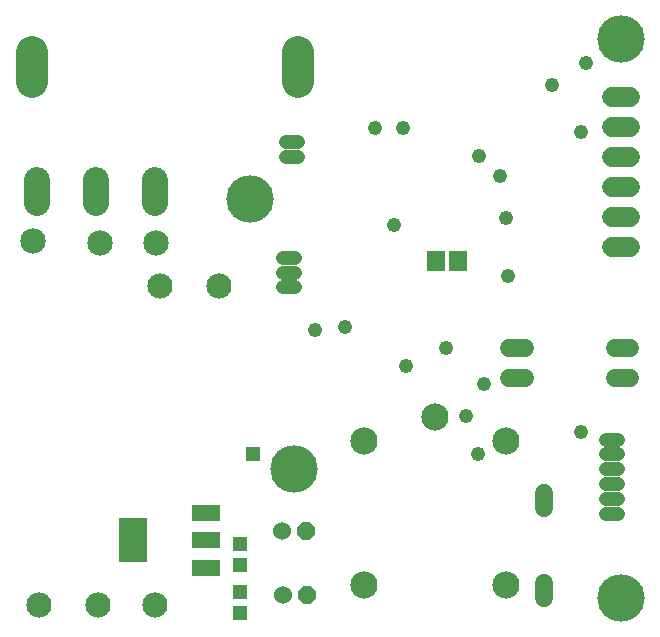
<source format=gbs>
G75*
%MOIN*%
%OFA0B0*%
%FSLAX25Y25*%
%IPPOS*%
%LPD*%
%AMOC8*
5,1,8,0,0,1.08239X$1,22.5*
%
%ADD10C,0.06000*%
%ADD11C,0.09068*%
%ADD12R,0.05918X0.06706*%
%ADD13C,0.04769*%
%ADD14C,0.08600*%
%ADD15R,0.05052X0.04934*%
%ADD16R,0.09599X0.05599*%
%ADD17R,0.09461X0.14973*%
%ADD18C,0.10800*%
%ADD19C,0.06800*%
%ADD20C,0.08400*%
%ADD21OC8,0.06000*%
%ADD22C,0.06000*%
%ADD23C,0.04762*%
%ADD24C,0.04800*%
%ADD25R,0.04762X0.04762*%
%ADD26C,0.08477*%
%ADD27C,0.15800*%
D10*
X0170933Y0084500D02*
X0176133Y0084500D01*
X0176133Y0094500D02*
X0170933Y0094500D01*
X0206133Y0094500D02*
X0211333Y0094500D01*
X0211333Y0084500D02*
X0206133Y0084500D01*
X0182633Y0046100D02*
X0182633Y0040900D01*
X0182633Y0016100D02*
X0182633Y0010900D01*
D11*
X0169755Y0015484D03*
X0122511Y0015484D03*
X0122511Y0063516D03*
X0146133Y0071390D03*
X0169755Y0063516D03*
D12*
X0153873Y0123500D03*
X0146393Y0123500D03*
D13*
X0099539Y0124421D02*
X0095570Y0124421D01*
X0095570Y0119500D02*
X0099539Y0119500D01*
X0099539Y0114579D02*
X0095570Y0114579D01*
X0096570Y0158039D02*
X0100539Y0158039D01*
X0100539Y0162961D02*
X0096570Y0162961D01*
X0203228Y0063803D02*
X0207196Y0063803D01*
X0207196Y0058882D02*
X0203228Y0058882D01*
X0203228Y0053961D02*
X0207196Y0053961D01*
X0207196Y0049039D02*
X0203228Y0049039D01*
X0203228Y0044118D02*
X0207196Y0044118D01*
X0207196Y0039197D02*
X0203228Y0039197D01*
D14*
X0052833Y0142600D02*
X0052833Y0150400D01*
X0033133Y0150400D02*
X0033133Y0142600D01*
X0013433Y0142600D02*
X0013433Y0150400D01*
D15*
X0081133Y0028945D03*
X0081133Y0022055D03*
X0081133Y0012945D03*
X0081133Y0006055D03*
D16*
X0069834Y0021177D03*
X0069834Y0030276D03*
X0069834Y0039374D03*
D17*
X0045433Y0030276D03*
D18*
X0011833Y0183000D02*
X0011833Y0193000D01*
X0100433Y0193000D02*
X0100433Y0183000D01*
D19*
X0205133Y0178000D02*
X0211133Y0178000D01*
X0211133Y0168000D02*
X0205133Y0168000D01*
X0205133Y0158000D02*
X0211133Y0158000D01*
X0211133Y0148000D02*
X0205133Y0148000D01*
X0205133Y0138000D02*
X0211133Y0138000D01*
X0211133Y0128000D02*
X0205133Y0128000D01*
D20*
X0014031Y0008850D03*
X0033716Y0008850D03*
X0053007Y0008850D03*
X0054582Y0115150D03*
X0074267Y0115150D03*
D21*
X0103133Y0033500D03*
X0103633Y0012000D03*
D22*
X0095633Y0012000D03*
X0095133Y0033500D03*
D23*
X0160633Y0059000D03*
X0162633Y0082500D03*
X0170633Y0118500D03*
X0132633Y0135500D03*
X0116133Y0101500D03*
D24*
X0106133Y0100250D03*
X0136633Y0088250D03*
X0149883Y0094500D03*
X0156383Y0071750D03*
X0194883Y0066500D03*
X0169883Y0137750D03*
X0167883Y0151750D03*
X0160883Y0158250D03*
X0135633Y0167750D03*
X0126133Y0167750D03*
X0185133Y0182000D03*
X0196383Y0189250D03*
X0194883Y0166500D03*
D25*
X0085633Y0059000D03*
D26*
X0053133Y0129500D03*
X0034633Y0129500D03*
X0012133Y0130000D03*
D27*
X0084633Y0144000D03*
X0099133Y0054000D03*
X0208133Y0011000D03*
X0208133Y0197500D03*
M02*

</source>
